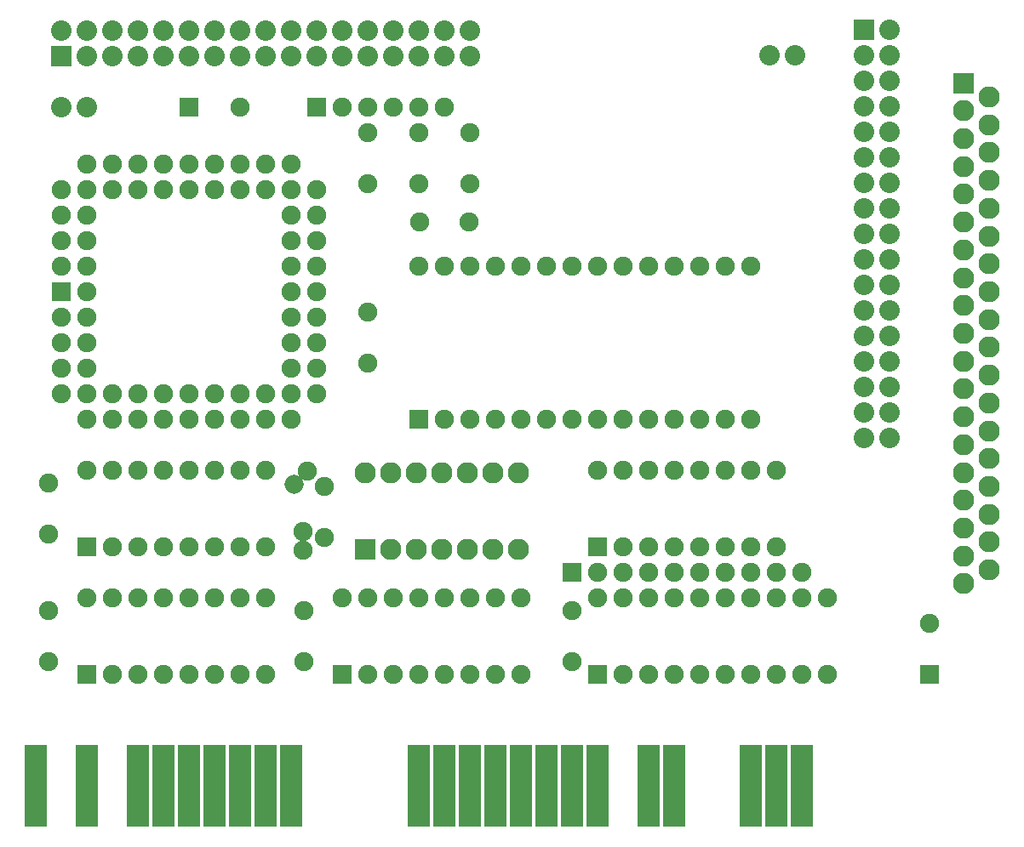
<source format=gbs>
%TF.GenerationSoftware,KiCad,Pcbnew,(5.1.6-0)*%
%TF.CreationDate,2020-08-02T10:50:01-05:00*%
%TF.ProjectId,isa_fdc.kicad_DB37_pcb,6973615f-6664-4632-9e6b-696361645f44,rev?*%
%TF.SameCoordinates,Original*%
%TF.FileFunction,Soldermask,Bot*%
%TF.FilePolarity,Negative*%
%FSLAX46Y46*%
G04 Gerber Fmt 4.6, Leading zero omitted, Abs format (unit mm)*
G04 Created by KiCad (PCBNEW (5.1.6-0)) date 2020-08-02 10:50:01*
%MOMM*%
%LPD*%
G01*
G04 APERTURE LIST*
%ADD10C,2.108000*%
%ADD11R,2.108000X2.108000*%
%ADD12C,2.032000*%
%ADD13R,2.032000X2.032000*%
%ADD14C,1.908000*%
%ADD15O,1.908000X1.908000*%
%ADD16O,2.108000X2.108000*%
%ADD17C,1.905000*%
%ADD18R,1.905000X1.905000*%
%ADD19R,2.286000X8.128000*%
%ADD20O,2.032000X2.032000*%
G04 APERTURE END LIST*
D10*
%TO.C,P2*%
X198970000Y-108975000D03*
X198970000Y-106205000D03*
X198970000Y-103435000D03*
X198970000Y-100665000D03*
X198970000Y-97895000D03*
X198970000Y-95125000D03*
X198970000Y-92355000D03*
X198970000Y-89585000D03*
X198970000Y-86815000D03*
X198970000Y-84045000D03*
X198970000Y-81275000D03*
X198970000Y-78505000D03*
X198970000Y-75735000D03*
X198970000Y-72965000D03*
X198970000Y-70195000D03*
X198970000Y-67425000D03*
X198970000Y-64655000D03*
X198970000Y-61885000D03*
X196430000Y-110360000D03*
X196430000Y-107590000D03*
X196430000Y-104820000D03*
X196430000Y-102050000D03*
X196430000Y-99280000D03*
X196430000Y-96510000D03*
X196430000Y-93740000D03*
X196430000Y-90970000D03*
X196430000Y-88200000D03*
X196430000Y-85430000D03*
X196430000Y-82660000D03*
X196430000Y-79890000D03*
X196430000Y-77120000D03*
X196430000Y-74350000D03*
X196430000Y-71580000D03*
X196430000Y-68810000D03*
X196430000Y-66040000D03*
X196430000Y-63270000D03*
D11*
X196430000Y-60500000D03*
%TD*%
D12*
%TO.C,P3*%
X189010000Y-95870000D03*
X186470000Y-95870000D03*
X189010000Y-93330000D03*
X186470000Y-93330000D03*
X186470000Y-90790000D03*
X189010000Y-90790000D03*
X186470000Y-88250000D03*
X189010000Y-88250000D03*
X189010000Y-85710000D03*
X186470000Y-85710000D03*
X189010000Y-83170000D03*
X186470000Y-83170000D03*
X189010000Y-80630000D03*
X186470000Y-80630000D03*
X189010000Y-78090000D03*
X186470000Y-78090000D03*
X189010000Y-75550000D03*
X186470000Y-75550000D03*
X189010000Y-73010000D03*
X186470000Y-73010000D03*
X189010000Y-70470000D03*
X186470000Y-70470000D03*
X189010000Y-67930000D03*
X186470000Y-67930000D03*
X189010000Y-65390000D03*
X186470000Y-65390000D03*
X189010000Y-62850000D03*
X186470000Y-62850000D03*
X189010000Y-60310000D03*
X186470000Y-60310000D03*
X189010000Y-57770000D03*
X186470000Y-57770000D03*
X189010000Y-55230000D03*
D13*
X186470000Y-55230000D03*
%TD*%
D14*
%TO.C,R2*%
X130690000Y-105120000D03*
D15*
X130690000Y-107020000D03*
%TD*%
%TO.C,R1*%
G36*
G01*
X130501077Y-99778923D02*
X130501077Y-99778923D01*
G75*
G02*
X130501077Y-101128083I-674580J-674580D01*
G01*
X130501077Y-101128083D01*
G75*
G02*
X129151917Y-101128083I-674580J674580D01*
G01*
X129151917Y-101128083D01*
G75*
G02*
X129151917Y-99778923I674580J674580D01*
G01*
X129151917Y-99778923D01*
G75*
G02*
X130501077Y-99778923I674580J-674580D01*
G01*
G37*
D14*
X131170000Y-99110000D03*
%TD*%
D11*
%TO.C,U2*%
X136880000Y-106910000D03*
D16*
X152120000Y-99290000D03*
X139420000Y-106910000D03*
X149580000Y-99290000D03*
X141960000Y-106910000D03*
X147040000Y-99290000D03*
X144500000Y-106910000D03*
X144500000Y-99290000D03*
X147040000Y-106910000D03*
X141960000Y-99290000D03*
X149580000Y-106910000D03*
X139420000Y-99290000D03*
X152120000Y-106910000D03*
X136880000Y-99290000D03*
%TD*%
D17*
%TO.C,C2*%
X132790000Y-100680000D03*
X132790000Y-105760000D03*
%TD*%
D18*
%TO.C,SW1*%
X109220000Y-106680000D03*
D17*
X111760000Y-106680000D03*
X114300000Y-106680000D03*
X116840000Y-106680000D03*
X119380000Y-106680000D03*
X121920000Y-106680000D03*
X124460000Y-106680000D03*
X127000000Y-106680000D03*
X127000000Y-99060000D03*
X124460000Y-99060000D03*
X121920000Y-99060000D03*
X119380000Y-99060000D03*
X116840000Y-99060000D03*
X114300000Y-99060000D03*
X111760000Y-99060000D03*
X109220000Y-99060000D03*
%TD*%
D19*
%TO.C,BUS1*%
X180340000Y-130492500D03*
X177800000Y-130492500D03*
X175260000Y-130492500D03*
X167640000Y-130492500D03*
X165100000Y-130492500D03*
X160020000Y-130492500D03*
X157480000Y-130492500D03*
X154940000Y-130492500D03*
X152400000Y-130492500D03*
X149860000Y-130492500D03*
X147320000Y-130492500D03*
X129540000Y-130492500D03*
X127000000Y-130492500D03*
X124460000Y-130492500D03*
X121920000Y-130492500D03*
X119380000Y-130492500D03*
X116840000Y-130492500D03*
X114300000Y-130492500D03*
X109220000Y-130492500D03*
X104140000Y-130492500D03*
X144780000Y-130492500D03*
X142240000Y-130492500D03*
%TD*%
D12*
%TO.C,JP2*%
X179670000Y-57760000D03*
D20*
X177130000Y-57760000D03*
%TD*%
D18*
%TO.C,C11*%
X193040000Y-119380000D03*
D17*
X193040000Y-114300000D03*
%TD*%
D18*
%TO.C,C12*%
X119380000Y-62865000D03*
D17*
X124460000Y-62865000D03*
%TD*%
D18*
%TO.C,U5*%
X160020000Y-119380000D03*
D17*
X162560000Y-119380000D03*
X165100000Y-119380000D03*
X167640000Y-119380000D03*
X170180000Y-119380000D03*
X172720000Y-119380000D03*
X175260000Y-119380000D03*
X177800000Y-119380000D03*
X180340000Y-119380000D03*
X182880000Y-119380000D03*
X182880000Y-111760000D03*
X180340000Y-111760000D03*
X177800000Y-111760000D03*
X175260000Y-111760000D03*
X172720000Y-111760000D03*
X170180000Y-111760000D03*
X167640000Y-111760000D03*
X165100000Y-111760000D03*
X162560000Y-111760000D03*
X160020000Y-111760000D03*
%TD*%
D18*
%TO.C,U7*%
X109220000Y-119380000D03*
D17*
X111760000Y-119380000D03*
X114300000Y-119380000D03*
X116840000Y-119380000D03*
X119380000Y-119380000D03*
X121920000Y-119380000D03*
X124460000Y-119380000D03*
X127000000Y-119380000D03*
X127000000Y-111760000D03*
X124460000Y-111760000D03*
X121920000Y-111760000D03*
X119380000Y-111760000D03*
X116840000Y-111760000D03*
X114300000Y-111760000D03*
X111760000Y-111760000D03*
X109220000Y-111760000D03*
%TD*%
D18*
%TO.C,U6*%
X134620000Y-119380000D03*
D17*
X137160000Y-119380000D03*
X139700000Y-119380000D03*
X142240000Y-119380000D03*
X144780000Y-119380000D03*
X147320000Y-119380000D03*
X149860000Y-119380000D03*
X152400000Y-119380000D03*
X152400000Y-111760000D03*
X149860000Y-111760000D03*
X147320000Y-111760000D03*
X144780000Y-111760000D03*
X142240000Y-111760000D03*
X139700000Y-111760000D03*
X137160000Y-111760000D03*
X134620000Y-111760000D03*
%TD*%
D18*
%TO.C,SW2*%
X160020000Y-106680000D03*
D17*
X162560000Y-106680000D03*
X165100000Y-106680000D03*
X167640000Y-106680000D03*
X170180000Y-106680000D03*
X172720000Y-106680000D03*
X175260000Y-106680000D03*
X177800000Y-106680000D03*
X177800000Y-99060000D03*
X175260000Y-99060000D03*
X172720000Y-99060000D03*
X170180000Y-99060000D03*
X167640000Y-99060000D03*
X165100000Y-99060000D03*
X162560000Y-99060000D03*
X160020000Y-99060000D03*
%TD*%
%TO.C,C1*%
X105410000Y-100330000D03*
X105410000Y-105410000D03*
%TD*%
%TO.C,C7*%
X105410000Y-113030000D03*
X105410000Y-118110000D03*
%TD*%
%TO.C,C6*%
X130810000Y-113030000D03*
X130810000Y-118110000D03*
%TD*%
%TO.C,C5*%
X157470000Y-113020000D03*
X157470000Y-118100000D03*
%TD*%
%TO.C,C4*%
X137170000Y-83310000D03*
X137170000Y-88390000D03*
%TD*%
%TO.C,C16*%
X142240000Y-70485000D03*
X142240000Y-65405000D03*
%TD*%
%TO.C,C15*%
X147320000Y-70485000D03*
X147320000Y-65405000D03*
%TD*%
D18*
%TO.C,U4*%
X142240000Y-93980000D03*
D17*
X144780000Y-93980000D03*
X147320000Y-93980000D03*
X149860000Y-93980000D03*
X152400000Y-93980000D03*
X154940000Y-93980000D03*
X157480000Y-93980000D03*
X160020000Y-93980000D03*
X162560000Y-93980000D03*
X165100000Y-93980000D03*
X167640000Y-93980000D03*
X170180000Y-93980000D03*
X172720000Y-93980000D03*
X175260000Y-93980000D03*
X175260000Y-78740000D03*
X172720000Y-78740000D03*
X170180000Y-78740000D03*
X167640000Y-78740000D03*
X165100000Y-78740000D03*
X162560000Y-78740000D03*
X160020000Y-78740000D03*
X157480000Y-78740000D03*
X154940000Y-78740000D03*
X152400000Y-78740000D03*
X149860000Y-78740000D03*
X147320000Y-78740000D03*
X144780000Y-78740000D03*
X142240000Y-78740000D03*
%TD*%
%TO.C,C17*%
X137160000Y-65405000D03*
X137160000Y-70485000D03*
%TD*%
D18*
%TO.C,U1*%
X106680000Y-81280000D03*
D17*
X109220000Y-81280000D03*
X106680000Y-83820000D03*
X109220000Y-83820000D03*
X106680000Y-86360000D03*
X109220000Y-86360000D03*
X106680000Y-88900000D03*
X109220000Y-88900000D03*
X106680000Y-91440000D03*
X109220000Y-93980000D03*
X109220000Y-91440000D03*
X111760000Y-93980000D03*
X111760000Y-91440000D03*
X114300000Y-93980000D03*
X114300000Y-91440000D03*
X116840000Y-93980000D03*
X116840000Y-91440000D03*
X119380000Y-93980000D03*
X119380000Y-91440000D03*
X121920000Y-93980000D03*
X121920000Y-91440000D03*
X124460000Y-93980000D03*
X124460000Y-91440000D03*
X127000000Y-93980000D03*
X127000000Y-91440000D03*
X129540000Y-93980000D03*
X132080000Y-91440000D03*
X129540000Y-91440000D03*
X132080000Y-88900000D03*
X129540000Y-88900000D03*
X132080000Y-86360000D03*
X129540000Y-86360000D03*
X132080000Y-83820000D03*
X129540000Y-83820000D03*
X132080000Y-81280000D03*
X129540000Y-81280000D03*
X132080000Y-78740000D03*
X129540000Y-78740000D03*
X132080000Y-76200000D03*
X129540000Y-76200000D03*
X132080000Y-73660000D03*
X129540000Y-73660000D03*
X132080000Y-71120000D03*
X129540000Y-68580000D03*
X129540000Y-71120000D03*
X127000000Y-68580000D03*
X127000000Y-71120000D03*
X124460000Y-68580000D03*
X124460000Y-71120000D03*
X121920000Y-68580000D03*
X121920000Y-71120000D03*
X119380000Y-68580000D03*
X119380000Y-71120000D03*
X116840000Y-68580000D03*
X116840000Y-71120000D03*
X114300000Y-68580000D03*
X114300000Y-71120000D03*
X111760000Y-68580000D03*
X111760000Y-71120000D03*
X109220000Y-68580000D03*
X106680000Y-71120000D03*
X109220000Y-71120000D03*
X106680000Y-73660000D03*
X109220000Y-73660000D03*
X106680000Y-76200000D03*
X109220000Y-76200000D03*
X106680000Y-78740000D03*
X109220000Y-78740000D03*
%TD*%
D20*
%TO.C,JP1*%
X106680000Y-62865000D03*
D12*
X109220000Y-62865000D03*
%TD*%
D13*
%TO.C,P1*%
X106680000Y-57785000D03*
D12*
X106680000Y-55245000D03*
X109220000Y-57785000D03*
X109220000Y-55245000D03*
X111760000Y-57785000D03*
X111760000Y-55245000D03*
X114300000Y-57785000D03*
X114300000Y-55245000D03*
X116840000Y-57785000D03*
X116840000Y-55245000D03*
X119380000Y-57785000D03*
X119380000Y-55245000D03*
X121920000Y-57785000D03*
X121920000Y-55245000D03*
X124460000Y-57785000D03*
X124460000Y-55245000D03*
X127000000Y-57785000D03*
X127000000Y-55245000D03*
X129540000Y-57785000D03*
X129540000Y-55245000D03*
X132080000Y-57785000D03*
X132080000Y-55245000D03*
X134620000Y-57785000D03*
X134620000Y-55245000D03*
X137160000Y-57785000D03*
X137160000Y-55245000D03*
X139700000Y-55245000D03*
X139700000Y-57785000D03*
X142240000Y-55245000D03*
X142240000Y-57785000D03*
X144780000Y-57785000D03*
X144780000Y-55245000D03*
X147320000Y-57785000D03*
X147320000Y-55245000D03*
%TD*%
D18*
%TO.C,RR1*%
X157480000Y-109220000D03*
D17*
X160020000Y-109220000D03*
X162560000Y-109220000D03*
X165100000Y-109220000D03*
X167640000Y-109220000D03*
X170180000Y-109220000D03*
X172720000Y-109220000D03*
X175260000Y-109220000D03*
X177800000Y-109220000D03*
X180340000Y-109220000D03*
%TD*%
%TO.C,RR2*%
X144780000Y-62865000D03*
X142240000Y-62865000D03*
X139700000Y-62865000D03*
X137160000Y-62865000D03*
X134620000Y-62865000D03*
D18*
X132080000Y-62865000D03*
%TD*%
D17*
%TO.C,X1*%
X147220940Y-74295000D03*
X142339060Y-74295000D03*
%TD*%
M02*

</source>
